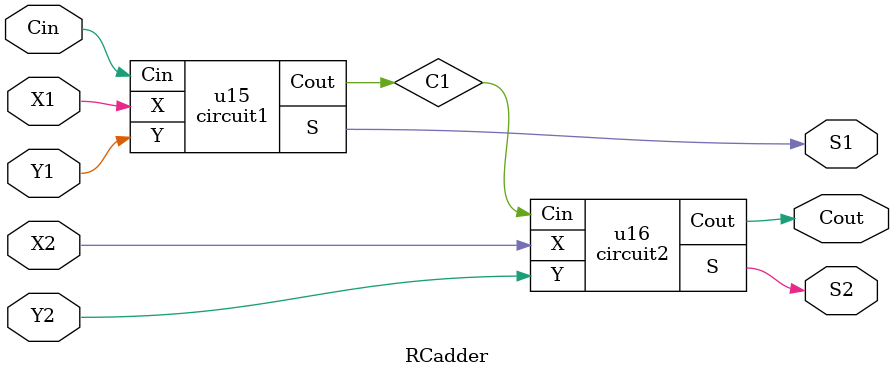
<source format=v>
module circuit1(Cin, X, Y, Cout, S);
	input Cin, X, Y;
	output Cout, S;
	wire number1;
	wire number2;
	wire number3;
	wire number4;
	wire number5;
	
	XOR2 u6 (X, Y, number1);
	XOR2 u7 (number1, Cin, S);
	AND2 u8 (Y, Cin, number2);
	AND2 u9 (X, Cin, number3);
	AND2 u10 (X, Y, number4);
	OR2 u11 (number2, number3, number5);
	OR2 u12 (number4, number5, Cout);
	
	
	
endmodule

module circuit2 (Cin, X, Y, Cout, S);
	input Cin, X, Y;
	output Cout, S;
	wire Cinv;
	wire EN;
	wire C1, C2;
	assign C1 = 1;
	assign C2 = 0;
	assign EN = 1;
	
	
	INV u30 (Cin, Cinv);
	MUX4 u13 (EN, Cin, Cinv, Cinv, Cin, X, Y, S);
	MUX4 u14 (EN, C1, Cin, Cin, C2, X, Y, Cout);
endmodule

module RCadder (Cin, X1, Y1, X2, Y2, S2, S1, Cout);
	input Cin, X1, X2, Y1, Y2;
	output S2, S1, Cout;
	wire C1;
	
	circuit1 u15 (Cin, X1, Y1, C1, S1);
	circuit2 u16 (C1, X2, Y2, Cout, S2);
endmodule
	

</source>
